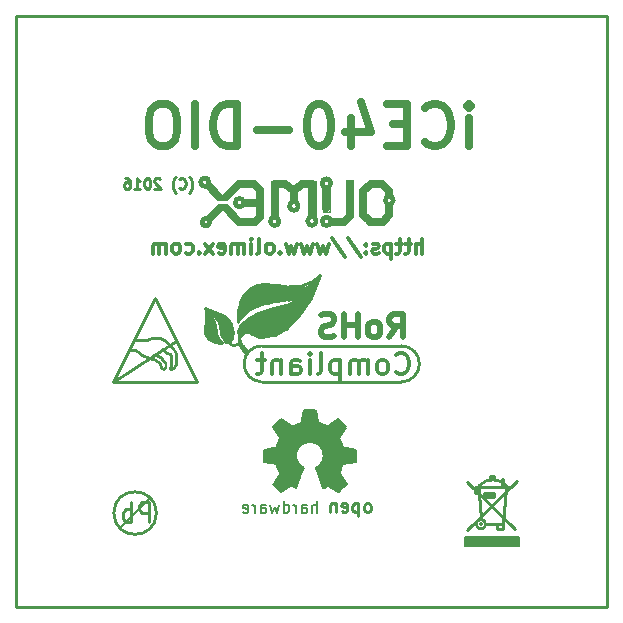
<source format=gbr>
G04 #@! TF.FileFunction,Legend,Bot*
%FSLAX46Y46*%
G04 Gerber Fmt 4.6, Leading zero omitted, Abs format (unit mm)*
G04 Created by KiCad (PCBNEW 4.0.1-3.201512221401+6198~38~ubuntu15.10.1-stable) date Fri 08 Apr 2016 11:07:14 AM EEST*
%MOMM*%
G01*
G04 APERTURE LIST*
%ADD10C,0.100000*%
%ADD11C,0.317500*%
%ADD12C,0.635000*%
%ADD13C,0.222250*%
%ADD14C,0.254000*%
%ADD15C,1.000000*%
%ADD16C,0.150000*%
%ADD17C,0.370000*%
%ADD18C,0.380000*%
%ADD19C,0.400000*%
%ADD20C,0.420000*%
%ADD21C,0.200000*%
%ADD22C,0.127000*%
%ADD23C,0.508000*%
%ADD24C,0.700000*%
%ADD25C,0.500000*%
%ADD26C,0.180000*%
%ADD27C,0.350000*%
G04 APERTURE END LIST*
D10*
D11*
X159354761Y-90109524D02*
X159354761Y-88839524D01*
X158810475Y-90109524D02*
X158810475Y-89444286D01*
X158870952Y-89323333D01*
X158991904Y-89262857D01*
X159173332Y-89262857D01*
X159294285Y-89323333D01*
X159354761Y-89383810D01*
X158387142Y-89262857D02*
X157903332Y-89262857D01*
X158205713Y-88839524D02*
X158205713Y-89928095D01*
X158145237Y-90049048D01*
X158024284Y-90109524D01*
X157903332Y-90109524D01*
X157661428Y-89262857D02*
X157177618Y-89262857D01*
X157479999Y-88839524D02*
X157479999Y-89928095D01*
X157419523Y-90049048D01*
X157298570Y-90109524D01*
X157177618Y-90109524D01*
X156754285Y-89262857D02*
X156754285Y-90532857D01*
X156754285Y-89323333D02*
X156633333Y-89262857D01*
X156391428Y-89262857D01*
X156270476Y-89323333D01*
X156209999Y-89383810D01*
X156149523Y-89504762D01*
X156149523Y-89867619D01*
X156209999Y-89988571D01*
X156270476Y-90049048D01*
X156391428Y-90109524D01*
X156633333Y-90109524D01*
X156754285Y-90049048D01*
X155665713Y-90049048D02*
X155544761Y-90109524D01*
X155302856Y-90109524D01*
X155181904Y-90049048D01*
X155121428Y-89928095D01*
X155121428Y-89867619D01*
X155181904Y-89746667D01*
X155302856Y-89686190D01*
X155484285Y-89686190D01*
X155605237Y-89625714D01*
X155665713Y-89504762D01*
X155665713Y-89444286D01*
X155605237Y-89323333D01*
X155484285Y-89262857D01*
X155302856Y-89262857D01*
X155181904Y-89323333D01*
X154577142Y-89988571D02*
X154516666Y-90049048D01*
X154577142Y-90109524D01*
X154637618Y-90049048D01*
X154577142Y-89988571D01*
X154577142Y-90109524D01*
X154577142Y-89323333D02*
X154516666Y-89383810D01*
X154577142Y-89444286D01*
X154637618Y-89383810D01*
X154577142Y-89323333D01*
X154577142Y-89444286D01*
X153065237Y-88779048D02*
X154153809Y-90411905D01*
X151734761Y-88779048D02*
X152823333Y-90411905D01*
X151432380Y-89262857D02*
X151190476Y-90109524D01*
X150948571Y-89504762D01*
X150706666Y-90109524D01*
X150464761Y-89262857D01*
X150101904Y-89262857D02*
X149860000Y-90109524D01*
X149618095Y-89504762D01*
X149376190Y-90109524D01*
X149134285Y-89262857D01*
X148771428Y-89262857D02*
X148529524Y-90109524D01*
X148287619Y-89504762D01*
X148045714Y-90109524D01*
X147803809Y-89262857D01*
X147320000Y-89988571D02*
X147259524Y-90049048D01*
X147320000Y-90109524D01*
X147380476Y-90049048D01*
X147320000Y-89988571D01*
X147320000Y-90109524D01*
X146533809Y-90109524D02*
X146654762Y-90049048D01*
X146715238Y-89988571D01*
X146775714Y-89867619D01*
X146775714Y-89504762D01*
X146715238Y-89383810D01*
X146654762Y-89323333D01*
X146533809Y-89262857D01*
X146352381Y-89262857D01*
X146231429Y-89323333D01*
X146170952Y-89383810D01*
X146110476Y-89504762D01*
X146110476Y-89867619D01*
X146170952Y-89988571D01*
X146231429Y-90049048D01*
X146352381Y-90109524D01*
X146533809Y-90109524D01*
X145384761Y-90109524D02*
X145505714Y-90049048D01*
X145566190Y-89928095D01*
X145566190Y-88839524D01*
X144900952Y-90109524D02*
X144900952Y-89262857D01*
X144900952Y-88839524D02*
X144961428Y-88900000D01*
X144900952Y-88960476D01*
X144840476Y-88900000D01*
X144900952Y-88839524D01*
X144900952Y-88960476D01*
X144296190Y-90109524D02*
X144296190Y-89262857D01*
X144296190Y-89383810D02*
X144235714Y-89323333D01*
X144114761Y-89262857D01*
X143933333Y-89262857D01*
X143812381Y-89323333D01*
X143751904Y-89444286D01*
X143751904Y-90109524D01*
X143751904Y-89444286D02*
X143691428Y-89323333D01*
X143570476Y-89262857D01*
X143389047Y-89262857D01*
X143268095Y-89323333D01*
X143207619Y-89444286D01*
X143207619Y-90109524D01*
X142119048Y-90049048D02*
X142240000Y-90109524D01*
X142481905Y-90109524D01*
X142602857Y-90049048D01*
X142663333Y-89928095D01*
X142663333Y-89444286D01*
X142602857Y-89323333D01*
X142481905Y-89262857D01*
X142240000Y-89262857D01*
X142119048Y-89323333D01*
X142058571Y-89444286D01*
X142058571Y-89565238D01*
X142663333Y-89686190D01*
X141635238Y-90109524D02*
X140970000Y-89262857D01*
X141635238Y-89262857D02*
X140970000Y-90109524D01*
X140486191Y-89988571D02*
X140425715Y-90049048D01*
X140486191Y-90109524D01*
X140546667Y-90049048D01*
X140486191Y-89988571D01*
X140486191Y-90109524D01*
X139337143Y-90049048D02*
X139458096Y-90109524D01*
X139700000Y-90109524D01*
X139820953Y-90049048D01*
X139881429Y-89988571D01*
X139941905Y-89867619D01*
X139941905Y-89504762D01*
X139881429Y-89383810D01*
X139820953Y-89323333D01*
X139700000Y-89262857D01*
X139458096Y-89262857D01*
X139337143Y-89323333D01*
X138611429Y-90109524D02*
X138732382Y-90049048D01*
X138792858Y-89988571D01*
X138853334Y-89867619D01*
X138853334Y-89504762D01*
X138792858Y-89383810D01*
X138732382Y-89323333D01*
X138611429Y-89262857D01*
X138430001Y-89262857D01*
X138309049Y-89323333D01*
X138248572Y-89383810D01*
X138188096Y-89504762D01*
X138188096Y-89867619D01*
X138248572Y-89988571D01*
X138309049Y-90049048D01*
X138430001Y-90109524D01*
X138611429Y-90109524D01*
X137643810Y-90109524D02*
X137643810Y-89262857D01*
X137643810Y-89383810D02*
X137583334Y-89323333D01*
X137462381Y-89262857D01*
X137280953Y-89262857D01*
X137160001Y-89323333D01*
X137099524Y-89444286D01*
X137099524Y-90109524D01*
X137099524Y-89444286D02*
X137039048Y-89323333D01*
X136918096Y-89262857D01*
X136736667Y-89262857D01*
X136615715Y-89323333D01*
X136555239Y-89444286D01*
X136555239Y-90109524D01*
D12*
X163321999Y-80983667D02*
X163321999Y-78613000D01*
X163321999Y-77427667D02*
X163491333Y-77597000D01*
X163321999Y-77766333D01*
X163152666Y-77597000D01*
X163321999Y-77427667D01*
X163321999Y-77766333D01*
X159596666Y-80645000D02*
X159766000Y-80814333D01*
X160274000Y-80983667D01*
X160612666Y-80983667D01*
X161120666Y-80814333D01*
X161459333Y-80475667D01*
X161628666Y-80137000D01*
X161798000Y-79459667D01*
X161798000Y-78951667D01*
X161628666Y-78274333D01*
X161459333Y-77935667D01*
X161120666Y-77597000D01*
X160612666Y-77427667D01*
X160274000Y-77427667D01*
X159766000Y-77597000D01*
X159596666Y-77766333D01*
X158072666Y-79121000D02*
X156887333Y-79121000D01*
X156379333Y-80983667D02*
X158072666Y-80983667D01*
X158072666Y-77427667D01*
X156379333Y-77427667D01*
X153331333Y-78613000D02*
X153331333Y-80983667D01*
X154178000Y-77258333D02*
X155024667Y-79798333D01*
X152823333Y-79798333D01*
X150791333Y-77427667D02*
X150452666Y-77427667D01*
X150114000Y-77597000D01*
X149944666Y-77766333D01*
X149775333Y-78105000D01*
X149606000Y-78782333D01*
X149606000Y-79629000D01*
X149775333Y-80306333D01*
X149944666Y-80645000D01*
X150114000Y-80814333D01*
X150452666Y-80983667D01*
X150791333Y-80983667D01*
X151130000Y-80814333D01*
X151299333Y-80645000D01*
X151468666Y-80306333D01*
X151638000Y-79629000D01*
X151638000Y-78782333D01*
X151468666Y-78105000D01*
X151299333Y-77766333D01*
X151130000Y-77597000D01*
X150791333Y-77427667D01*
X148081999Y-79629000D02*
X145372666Y-79629000D01*
X143679332Y-80983667D02*
X143679332Y-77427667D01*
X142832666Y-77427667D01*
X142324666Y-77597000D01*
X141985999Y-77935667D01*
X141816666Y-78274333D01*
X141647332Y-78951667D01*
X141647332Y-79459667D01*
X141816666Y-80137000D01*
X141985999Y-80475667D01*
X142324666Y-80814333D01*
X142832666Y-80983667D01*
X143679332Y-80983667D01*
X140123332Y-80983667D02*
X140123332Y-77427667D01*
X137752666Y-77427667D02*
X137075333Y-77427667D01*
X136736666Y-77597000D01*
X136397999Y-77935667D01*
X136228666Y-78613000D01*
X136228666Y-79798333D01*
X136397999Y-80475667D01*
X136736666Y-80814333D01*
X137075333Y-80983667D01*
X137752666Y-80983667D01*
X138091333Y-80814333D01*
X138429999Y-80475667D01*
X138599333Y-79798333D01*
X138599333Y-78613000D01*
X138429999Y-77935667D01*
X138091333Y-77597000D01*
X137752666Y-77427667D01*
D13*
X139636500Y-84941833D02*
X139678834Y-84899500D01*
X139763500Y-84772500D01*
X139805834Y-84687833D01*
X139848167Y-84560833D01*
X139890500Y-84349167D01*
X139890500Y-84179833D01*
X139848167Y-83968167D01*
X139805834Y-83841167D01*
X139763500Y-83756500D01*
X139678834Y-83629500D01*
X139636500Y-83587167D01*
X138789833Y-84518500D02*
X138832167Y-84560833D01*
X138959167Y-84603167D01*
X139043833Y-84603167D01*
X139170833Y-84560833D01*
X139255500Y-84476167D01*
X139297833Y-84391500D01*
X139340167Y-84222167D01*
X139340167Y-84095167D01*
X139297833Y-83925833D01*
X139255500Y-83841167D01*
X139170833Y-83756500D01*
X139043833Y-83714167D01*
X138959167Y-83714167D01*
X138832167Y-83756500D01*
X138789833Y-83798833D01*
X138493500Y-84941833D02*
X138451167Y-84899500D01*
X138366500Y-84772500D01*
X138324167Y-84687833D01*
X138281833Y-84560833D01*
X138239500Y-84349167D01*
X138239500Y-84179833D01*
X138281833Y-83968167D01*
X138324167Y-83841167D01*
X138366500Y-83756500D01*
X138451167Y-83629500D01*
X138493500Y-83587167D01*
X137181167Y-83798833D02*
X137138833Y-83756500D01*
X137054167Y-83714167D01*
X136842500Y-83714167D01*
X136757833Y-83756500D01*
X136715500Y-83798833D01*
X136673167Y-83883500D01*
X136673167Y-83968167D01*
X136715500Y-84095167D01*
X137223500Y-84603167D01*
X136673167Y-84603167D01*
X136122833Y-83714167D02*
X136038166Y-83714167D01*
X135953500Y-83756500D01*
X135911166Y-83798833D01*
X135868833Y-83883500D01*
X135826500Y-84052833D01*
X135826500Y-84264500D01*
X135868833Y-84433833D01*
X135911166Y-84518500D01*
X135953500Y-84560833D01*
X136038166Y-84603167D01*
X136122833Y-84603167D01*
X136207500Y-84560833D01*
X136249833Y-84518500D01*
X136292166Y-84433833D01*
X136334500Y-84264500D01*
X136334500Y-84052833D01*
X136292166Y-83883500D01*
X136249833Y-83798833D01*
X136207500Y-83756500D01*
X136122833Y-83714167D01*
X134979833Y-84603167D02*
X135487833Y-84603167D01*
X135233833Y-84603167D02*
X135233833Y-83714167D01*
X135318499Y-83841167D01*
X135403166Y-83925833D01*
X135487833Y-83968167D01*
X134217832Y-83714167D02*
X134387166Y-83714167D01*
X134471832Y-83756500D01*
X134514166Y-83798833D01*
X134598832Y-83925833D01*
X134641166Y-84095167D01*
X134641166Y-84433833D01*
X134598832Y-84518500D01*
X134556499Y-84560833D01*
X134471832Y-84603167D01*
X134302499Y-84603167D01*
X134217832Y-84560833D01*
X134175499Y-84518500D01*
X134133166Y-84433833D01*
X134133166Y-84222167D01*
X134175499Y-84137500D01*
X134217832Y-84095167D01*
X134302499Y-84052833D01*
X134471832Y-84052833D01*
X134556499Y-84095167D01*
X134598832Y-84137500D01*
X134641166Y-84222167D01*
D14*
X125000000Y-120000000D02*
X125000000Y-70000000D01*
X175000000Y-120000000D02*
X125000000Y-120000000D01*
X175000000Y-70000000D02*
X175000000Y-120000000D01*
X125000000Y-70000000D02*
X175000000Y-70000000D01*
X136779000Y-93853000D02*
X140335000Y-100965000D01*
X140335000Y-100965000D02*
X133223000Y-100965000D01*
X133223000Y-100965000D02*
X134556500Y-98298000D01*
X134556500Y-98298000D02*
X135001000Y-97409000D01*
X135001000Y-97409000D02*
X136779000Y-93853000D01*
X138557000Y-97472500D02*
X133223000Y-100965000D01*
X136182100Y-97409000D02*
X135001000Y-97409000D01*
X134556500Y-98298000D02*
X134874000Y-98298000D01*
X137541000Y-99885500D02*
X137388600Y-99885500D01*
X138493500Y-98488500D02*
X138493500Y-99568000D01*
X138049000Y-99885500D02*
X138049000Y-99758500D01*
X138112500Y-99695000D02*
X138112500Y-98679000D01*
X138112500Y-99695000D02*
X138176000Y-99695000D01*
X136398721Y-97345678D02*
G75*
G02X137985500Y-97853500I466639J-1274902D01*
G01*
X136397915Y-97347114D02*
G75*
G02X136182100Y-97409000I-182795J230214D01*
G01*
X134873301Y-98298474D02*
G75*
G02X135382000Y-98488500I64199J-604046D01*
G01*
X136204461Y-98934576D02*
G75*
G02X135382000Y-98488500I147819J1253796D01*
G01*
X136716708Y-98680166D02*
G75*
G02X137668000Y-99441000I-285688J-1332334D01*
G01*
X136778915Y-99124965D02*
G75*
G02X137350500Y-99885500I-284395J-808795D01*
G01*
X136339275Y-98997493D02*
G75*
G02X136779000Y-99123500I-825195J-3709947D01*
G01*
X137667967Y-99758600D02*
G75*
G02X137541000Y-99885500I-190467J63600D01*
G01*
X137667068Y-99441674D02*
G75*
G02X137668000Y-99758500I-316568J-159346D01*
G01*
X138110935Y-98680845D02*
G75*
G02X137414000Y-98234500I153965J1007685D01*
G01*
X138301549Y-98171142D02*
G75*
G02X137985500Y-97853500I478971J792622D01*
G01*
X138304048Y-98172575D02*
G75*
G02X138493500Y-98488500I-168688J-315925D01*
G01*
X138493500Y-99568000D02*
G75*
G02X138112500Y-99949000I-381000J0D01*
G01*
X138110071Y-99951545D02*
G75*
G02X138049000Y-99885500I2429J63505D01*
G01*
X138049000Y-99758500D02*
G75*
G02X138112500Y-99695000I63500J0D01*
G01*
X138176000Y-99695000D02*
G75*
G02X138303000Y-99822000I0J-127000D01*
G01*
D15*
X148696680Y-108381800D02*
X148363940Y-109113320D01*
X148696680Y-108473240D02*
X147515580Y-109486700D01*
X148582380Y-108336080D02*
X147965160Y-108663740D01*
X148262340Y-107916980D02*
X147652740Y-108023660D01*
X147426680Y-106758740D02*
X148148040Y-106906060D01*
X147667980Y-106065320D02*
X148323300Y-106431080D01*
X148536660Y-105196640D02*
X148955760Y-105783380D01*
X149123400Y-104945180D02*
X149344380Y-105630980D01*
X150388320Y-104929940D02*
X150220680Y-105539540D01*
X150822660Y-105189020D02*
X150647400Y-105547160D01*
X151820880Y-105966260D02*
X151363680Y-106255820D01*
X151996140Y-106446320D02*
X151554180Y-106606340D01*
X152321260Y-107690920D02*
X151615140Y-107563920D01*
X152072340Y-108336080D02*
X151508460Y-107856020D01*
X151406860Y-109235240D02*
X151041100Y-108473240D01*
X146616420Y-107182920D02*
X148084540Y-107269280D01*
X147607020Y-104998520D02*
X148719540Y-106065320D01*
X149872700Y-103941880D02*
X149867620Y-105455720D01*
X152133300Y-104917240D02*
X151071580Y-106024680D01*
X153118820Y-107203240D02*
X151701500Y-107142280D01*
X152082500Y-109407960D02*
X151229060Y-108386880D01*
D16*
X151066500Y-107977940D02*
X150759160Y-108244640D01*
X151396700Y-105064560D02*
X150413720Y-104571800D01*
X149217380Y-108569760D02*
X149339300Y-108285280D01*
X149080220Y-108115100D02*
X149334220Y-108280200D01*
X150581360Y-108112560D02*
X150355300Y-108287820D01*
X150949660Y-107998260D02*
X150690580Y-108336080D01*
X151173180Y-107777280D02*
X151079200Y-107947460D01*
X151173180Y-107777280D02*
X151079200Y-107947460D01*
X151310340Y-106923840D02*
X151178260Y-107746800D01*
X150886160Y-106187240D02*
X151305260Y-106918760D01*
X150014940Y-105757980D02*
X150886160Y-106187240D01*
X149199600Y-105925620D02*
X150014940Y-105765600D01*
X148689060Y-106354880D02*
X149199600Y-105925620D01*
X148455380Y-107027980D02*
X148689060Y-106354880D01*
X148460460Y-107533440D02*
X148460460Y-107015280D01*
X148836380Y-108244640D02*
X148460460Y-107533440D01*
X149014180Y-108366560D02*
X148836380Y-108244640D01*
X152285700Y-104345740D02*
X151401780Y-105067100D01*
X152041860Y-105699560D02*
X152643840Y-104790240D01*
X152046940Y-105694480D02*
X152433020Y-106692700D01*
X153576020Y-106961940D02*
X152460960Y-106715560D01*
X153433780Y-106906060D02*
X153433780Y-107556300D01*
X149057360Y-108308140D02*
X148529040Y-109689900D01*
X148666200Y-109987080D02*
X149052280Y-109006640D01*
X148137880Y-109659420D02*
X148666200Y-109987080D01*
X147454620Y-109992160D02*
X148275040Y-109463840D01*
X148318220Y-109687360D02*
X147441920Y-110307120D01*
X147431760Y-110302040D02*
X146748500Y-109611160D01*
X147035520Y-109527340D02*
X147520660Y-110058200D01*
X147002500Y-107891580D02*
X147383500Y-108872020D01*
X147106640Y-107924600D02*
X145983960Y-107713780D01*
X145968720Y-106735880D02*
X145971260Y-107693460D01*
X146052540Y-107477560D02*
X147159980Y-107701080D01*
X147355560Y-105707180D02*
X146989800Y-106575860D01*
X146740880Y-104825800D02*
X147444460Y-105816400D01*
X147439380Y-104127300D02*
X146745960Y-104818180D01*
X148455380Y-104802940D02*
X147444460Y-104129840D01*
X149141180Y-104416860D02*
X148336000Y-104754680D01*
X149357080Y-103327200D02*
X149131020Y-104498140D01*
X150322280Y-103327200D02*
X149357080Y-103327200D01*
X150332440Y-103334820D02*
X150533100Y-104360980D01*
X151320500Y-104729280D02*
X150416260Y-104350820D01*
X152255220Y-104081580D02*
X151284940Y-104797860D01*
X152941020Y-104797860D02*
X152267920Y-104084120D01*
X152920700Y-104833420D02*
X152326340Y-105686860D01*
X152659080Y-106517440D02*
X152323800Y-105684320D01*
X153728420Y-106715560D02*
X152557480Y-106512360D01*
X153725880Y-106718100D02*
X153725880Y-107703620D01*
X153725880Y-107711240D02*
X152654000Y-107906820D01*
X152963880Y-109618780D02*
X152366980Y-108755180D01*
X152234900Y-110314740D02*
X152956260Y-109621320D01*
X151401780Y-109743240D02*
X152227280Y-110307120D01*
X151389080Y-109753400D02*
X151043640Y-109974380D01*
X151005540Y-109956600D02*
X150355300Y-108287820D01*
D17*
X147439380Y-110147100D02*
X146885660Y-109601000D01*
X147505420Y-108706920D02*
X146885660Y-109593380D01*
X150761700Y-106309160D02*
G75*
G02X150685500Y-108163360I-965200J-889000D01*
G01*
X148810980Y-106481880D02*
G75*
G02X150736300Y-106283760I1061720J-863600D01*
G01*
X149191980Y-108331000D02*
G75*
G02X148821140Y-106466640I746760J1117600D01*
G01*
X148628100Y-109773720D02*
X149202140Y-108333540D01*
X148290280Y-109588300D02*
X148628100Y-109773720D01*
X147454620Y-110154720D02*
X148290280Y-109588300D01*
X147099020Y-107795060D02*
X147505420Y-108706920D01*
X146085560Y-107624880D02*
X147099020Y-107795060D01*
X146085560Y-106789220D02*
X146085560Y-107624880D01*
X147167600Y-106560620D02*
X146085560Y-106789220D01*
X147507960Y-105623360D02*
X147167600Y-106560620D01*
X146890740Y-104833420D02*
X147507960Y-105623360D01*
X147444460Y-104284780D02*
X146890740Y-104830880D01*
X148348700Y-104917240D02*
X147444460Y-104282800D01*
X149263100Y-104472740D02*
X148361400Y-104922320D01*
X149476460Y-103454200D02*
X149263100Y-104472740D01*
X150243540Y-103433880D02*
X149458680Y-103433880D01*
X150235920Y-103446580D02*
X150441660Y-104460040D01*
X151340820Y-104886760D02*
X150495000Y-104480360D01*
X152229820Y-104244140D02*
X151401780Y-104896920D01*
D18*
X152778460Y-104802940D02*
X152278080Y-104269540D01*
D17*
X152768300Y-104825800D02*
X152212040Y-105676700D01*
X152539700Y-106593640D02*
X152191720Y-105727500D01*
X153588720Y-106809540D02*
X152570180Y-106629200D01*
D18*
X153576020Y-106822240D02*
X153581100Y-107609640D01*
D17*
X153586180Y-107599480D02*
X152636220Y-107817920D01*
X152608280Y-107840780D02*
X152250140Y-108724700D01*
X152783540Y-109601000D02*
X152250140Y-108767880D01*
D18*
X152798780Y-109601000D02*
X152234900Y-110139480D01*
D19*
X152222200Y-110139480D02*
X151442420Y-109608620D01*
D17*
X151432260Y-109590840D02*
X151114760Y-109796580D01*
D20*
X151086820Y-109776260D02*
X150535640Y-108353860D01*
D21*
X133891020Y-113238280D02*
X136324340Y-110817660D01*
D14*
X136854037Y-112074960D02*
G75*
G03X136854037Y-112074960I-1802237J0D01*
G01*
D22*
X164465000Y-113030000D02*
G75*
G03X164465000Y-113030000I-127000J0D01*
G01*
D14*
X164211000Y-109728000D02*
G75*
G02X166497000Y-109728000I1143000J-1143000D01*
G01*
X165481000Y-108966000D02*
X165481000Y-109093000D01*
X165481000Y-109093000D02*
X165100000Y-109093000D01*
X165100000Y-109093000D02*
X165100000Y-108966000D01*
X165100000Y-108966000D02*
X165481000Y-108966000D01*
X165354000Y-110490000D02*
X164719000Y-110490000D01*
X165481000Y-110363000D02*
X164592000Y-110363000D01*
X164592000Y-110363000D02*
X164592000Y-110744000D01*
X164592000Y-110744000D02*
X165481000Y-110744000D01*
X165481000Y-110744000D02*
X165481000Y-110363000D01*
X164084000Y-110363000D02*
X164084000Y-109982000D01*
X164084000Y-109982000D02*
X163957000Y-109982000D01*
X163957000Y-109982000D02*
X163957000Y-110363000D01*
X164084000Y-109982000D02*
X164084000Y-110109000D01*
X164084000Y-109855000D02*
X163957000Y-110236000D01*
X164084000Y-109982000D02*
X164084000Y-110109000D01*
X164211000Y-109855000D02*
X164211000Y-110363000D01*
X164211000Y-110363000D02*
X163830000Y-110363000D01*
X163830000Y-110363000D02*
X163830000Y-109855000D01*
X166243000Y-109728000D02*
X166243000Y-109220000D01*
X166243000Y-109220000D02*
X166116000Y-109220000D01*
X166116000Y-109220000D02*
X166116000Y-109728000D01*
X164739609Y-113030000D02*
G75*
G03X164739609Y-113030000I-401609J0D01*
G01*
X164338000Y-112522000D02*
X164211000Y-110490000D01*
X166243000Y-113030000D02*
X166243000Y-113411000D01*
X166243000Y-113411000D02*
X165735000Y-113411000D01*
X165735000Y-113411000D02*
X165735000Y-113157000D01*
X166751000Y-109855000D02*
X163830000Y-109855000D01*
X166243000Y-113030000D02*
X166497000Y-109982000D01*
X166243000Y-113030000D02*
X164846000Y-113030000D01*
X167259000Y-113411000D02*
X163195000Y-109474000D01*
X167386000Y-109347000D02*
X163195000Y-113538000D01*
D16*
X167541200Y-114783400D02*
X163121600Y-114783400D01*
X163121600Y-114681800D02*
X167490400Y-114681800D01*
X167541200Y-114478600D02*
X163070800Y-114478600D01*
X167541200Y-114326200D02*
X163121600Y-114326200D01*
X163070800Y-114580200D02*
X167490400Y-114580200D01*
X163070800Y-114427800D02*
X167490400Y-114427800D01*
X167541200Y-114275400D02*
X163070800Y-114275400D01*
X163070800Y-114173800D02*
X167490400Y-114173800D01*
X163020000Y-114885000D02*
X167592000Y-114885000D01*
X167592000Y-114885000D02*
X167592000Y-114123000D01*
X167592000Y-114123000D02*
X163020000Y-114123000D01*
X163020000Y-114123000D02*
X163020000Y-114885000D01*
D14*
X145796000Y-97917000D02*
X157607000Y-97917000D01*
X157607000Y-100965000D02*
X145796000Y-100965000D01*
X144940020Y-96934020D02*
X144886680Y-96880680D01*
X144167860Y-96880680D02*
X143891000Y-97155000D01*
X150749000Y-91948000D02*
X149882860Y-94063820D01*
X147899120Y-96451420D02*
X147863560Y-96486980D01*
X145994120Y-97155000D02*
X145478500Y-97155000D01*
X150749000Y-91948000D02*
X149887940Y-92567760D01*
X148170900Y-92905580D02*
X146022060Y-92710000D01*
X143972280Y-94226380D02*
X143824960Y-94825820D01*
X143766540Y-95504000D02*
X143766540Y-95885000D01*
X143868140Y-97109280D02*
X143891000Y-97155000D01*
X144526000Y-98425000D02*
X144340580Y-98239580D01*
X149354540Y-93599000D02*
X149072600Y-93946980D01*
X147045680Y-94698820D02*
X146735800Y-94759780D01*
X144180560Y-96029780D02*
X144010380Y-96217740D01*
X143766540Y-95885000D02*
X143769080Y-95882460D01*
X144825720Y-94810580D02*
X144833340Y-94805500D01*
X146100800Y-94302580D02*
X146618960Y-94228920D01*
X147967700Y-94013020D02*
X149354540Y-93599000D01*
X144526000Y-98552000D02*
X144018000Y-97790000D01*
X143891000Y-97327720D02*
X143891000Y-97282000D01*
X144653000Y-98425000D02*
X144162780Y-97934780D01*
X143891000Y-97663000D02*
X143786860Y-97769680D01*
X143136620Y-97797620D02*
X143002000Y-97663000D01*
X143002000Y-97663000D02*
X143299180Y-97243900D01*
X143182340Y-96042480D02*
X143129000Y-95948500D01*
X142407640Y-95303340D02*
X141986000Y-95123000D01*
X141986000Y-95123000D02*
X140970000Y-94742000D01*
X140970000Y-94742000D02*
X141104620Y-95280480D01*
X141284960Y-97342960D02*
X141307820Y-97365820D01*
X142087600Y-97663000D02*
X142443200Y-97663000D01*
X142989300Y-97663000D02*
X143002000Y-97663000D01*
X141909800Y-96471740D02*
X141935200Y-96862900D01*
X150368000Y-92456000D02*
X149354540Y-93093540D01*
D23*
X149354540Y-93093540D02*
X148209000Y-93093540D01*
X148209000Y-93093540D02*
X147193000Y-92964000D01*
X147193000Y-92964000D02*
X145542000Y-92964000D01*
X145542000Y-92964000D02*
X144907000Y-93345000D01*
X144907000Y-93345000D02*
X144399000Y-93853000D01*
X144399000Y-93853000D02*
X144145000Y-94361000D01*
X144145000Y-94361000D02*
X144018000Y-95377000D01*
X144018000Y-95377000D02*
X144526000Y-94742000D01*
X144526000Y-94742000D02*
X145161000Y-94361000D01*
X145161000Y-94361000D02*
X144907000Y-93853000D01*
X144907000Y-93853000D02*
X144526000Y-94361000D01*
X145288000Y-94361000D02*
X145923000Y-93980000D01*
X145923000Y-93980000D02*
X146431000Y-93980000D01*
X146431000Y-93980000D02*
X146558000Y-93980000D01*
X146558000Y-93980000D02*
X147701000Y-93853000D01*
X147701000Y-93853000D02*
X148971000Y-93472000D01*
X148971000Y-93472000D02*
X149479000Y-93345000D01*
X149479000Y-93345000D02*
X144907000Y-93345000D01*
X144907000Y-93345000D02*
X144907000Y-93599000D01*
X144907000Y-93853000D02*
X144907000Y-93599000D01*
X144907000Y-93599000D02*
X149860000Y-93522800D01*
X144780000Y-93980000D02*
X146431000Y-93980000D01*
X150368000Y-92456000D02*
X149860000Y-93345000D01*
X149860000Y-93345000D02*
X149733000Y-93853000D01*
X149733000Y-93853000D02*
X149354540Y-94361000D01*
X149354540Y-94361000D02*
X149354540Y-93980000D01*
X149354540Y-93980000D02*
X149733000Y-93093540D01*
X149225000Y-94488000D02*
X148844000Y-94996000D01*
X148844000Y-94996000D02*
X148590000Y-95377000D01*
X148590000Y-95377000D02*
X147701000Y-96266000D01*
X147701000Y-96266000D02*
X147193000Y-96647000D01*
X147193000Y-96647000D02*
X146304000Y-96901000D01*
X146304000Y-96901000D02*
X145415000Y-96901000D01*
X145415000Y-96901000D02*
X144653000Y-96393000D01*
X144653000Y-96393000D02*
X144272000Y-96520000D01*
X144272000Y-96520000D02*
X144018000Y-96774000D01*
X144018000Y-96774000D02*
X144272000Y-96266000D01*
X144272000Y-96266000D02*
X144780000Y-95758000D01*
X144780000Y-95758000D02*
X145465800Y-95351600D01*
X145465800Y-95351600D02*
X146862800Y-94869000D01*
X146862800Y-94869000D02*
X147472400Y-94869000D01*
X147472400Y-94869000D02*
X148209000Y-94615000D01*
X148209000Y-94615000D02*
X148971000Y-94234000D01*
X148844000Y-94615000D02*
X148082000Y-95250000D01*
X148082000Y-95250000D02*
X147955000Y-95123000D01*
X147955000Y-95123000D02*
X147828000Y-95123000D01*
X147828000Y-95123000D02*
X146685000Y-95250000D01*
X146685000Y-95250000D02*
X145669000Y-95504000D01*
X145669000Y-95504000D02*
X145034000Y-96012000D01*
X145034000Y-96012000D02*
X144907000Y-96139000D01*
X144907000Y-96139000D02*
X145034000Y-96393000D01*
X145034000Y-96393000D02*
X145288000Y-96393000D01*
X145288000Y-96393000D02*
X145669000Y-96520000D01*
X145669000Y-96520000D02*
X146304000Y-96520000D01*
X146304000Y-96520000D02*
X146685000Y-96393000D01*
X146685000Y-96393000D02*
X147193000Y-96266000D01*
X147193000Y-96266000D02*
X147828000Y-95758000D01*
X147828000Y-95758000D02*
X147955000Y-95631000D01*
X147955000Y-95631000D02*
X147828000Y-95504000D01*
X147828000Y-95504000D02*
X147320000Y-95504000D01*
X147320000Y-95504000D02*
X146304000Y-95758000D01*
X146304000Y-95758000D02*
X146050000Y-95758000D01*
X146050000Y-95758000D02*
X145542000Y-96012000D01*
X145542000Y-96012000D02*
X145542000Y-96139000D01*
X145542000Y-96139000D02*
X145669000Y-96266000D01*
X145669000Y-96266000D02*
X146050000Y-96139000D01*
X146050000Y-96139000D02*
X147320000Y-95885000D01*
D14*
X142699740Y-97538540D02*
X142727680Y-97566480D01*
X142316200Y-96469200D02*
X142316200Y-96461580D01*
X143256000Y-96923860D02*
X143256000Y-96901000D01*
X143256000Y-96901000D02*
X143256000Y-96647000D01*
X143256000Y-96647000D02*
X143129000Y-96647000D01*
X143129000Y-96647000D02*
X143002000Y-96647000D01*
X143002000Y-96647000D02*
X143002000Y-97282000D01*
X143129000Y-96647000D02*
X143129000Y-96774000D01*
X143129000Y-96774000D02*
X143129000Y-97155000D01*
X143129000Y-97155000D02*
X143129000Y-97282000D01*
X143129000Y-97282000D02*
X143129000Y-97409000D01*
X143002000Y-96647000D02*
X142621000Y-96647000D01*
X142621000Y-96647000D02*
X142367000Y-96647000D01*
X142367000Y-96647000D02*
X142875000Y-97536000D01*
X142621000Y-96647000D02*
X142621000Y-97155000D01*
X143129000Y-96774000D02*
X142494000Y-96774000D01*
X143256000Y-96901000D02*
X142494000Y-96901000D01*
X143256000Y-97028000D02*
X142494000Y-97028000D01*
X143129000Y-97155000D02*
X142494000Y-97155000D01*
X143129000Y-97282000D02*
X142621000Y-97282000D01*
X142367000Y-96520000D02*
X143256000Y-96520000D01*
X142367000Y-96393000D02*
X143256000Y-96393000D01*
X142367000Y-96266000D02*
X143129000Y-96266000D01*
X142367000Y-96139000D02*
X143129000Y-96139000D01*
X142240000Y-96012000D02*
X143129000Y-96012000D01*
X142240000Y-95885000D02*
X143002000Y-95885000D01*
X142113000Y-95758000D02*
X142875000Y-95758000D01*
X142113000Y-95631000D02*
X142748000Y-95631000D01*
X141986000Y-95504000D02*
X142494000Y-95504000D01*
X141224000Y-95377000D02*
X141351000Y-95377000D01*
X141351000Y-95377000D02*
X141478000Y-95377000D01*
X141478000Y-95377000D02*
X142367000Y-95377000D01*
X141986000Y-95250000D02*
X141224000Y-95250000D01*
X141732000Y-95123000D02*
X141097000Y-95123000D01*
X141605000Y-94996000D02*
X141097000Y-94996000D01*
X141478000Y-95377000D02*
X141478000Y-95885000D01*
X141351000Y-95377000D02*
X141351000Y-95885000D01*
X141732000Y-95885000D02*
X141224000Y-95885000D01*
X141732000Y-96012000D02*
X141224000Y-96012000D01*
X141859000Y-96139000D02*
X141224000Y-96139000D01*
X141859000Y-96266000D02*
X141097000Y-96266000D01*
X141859000Y-96393000D02*
X141097000Y-96393000D01*
X141859000Y-96520000D02*
X141097000Y-96520000D01*
X141859000Y-96647000D02*
X141097000Y-96647000D01*
X141859000Y-96774000D02*
X141097000Y-96774000D01*
X141859000Y-96901000D02*
X141097000Y-96901000D01*
X141935200Y-97028000D02*
X141097000Y-97028000D01*
X141986000Y-97155000D02*
X141224000Y-97155000D01*
X141986000Y-97282000D02*
X141351000Y-97282000D01*
X142113000Y-97409000D02*
X141478000Y-97409000D01*
X142240000Y-97536000D02*
X141732000Y-97536000D01*
X144272000Y-99441000D02*
G75*
G02X145796000Y-97917000I1524000J0D01*
G01*
X157607000Y-97917000D02*
G75*
G02X159131000Y-99441000I0J-1524000D01*
G01*
X159131000Y-99441000D02*
G75*
G02X157607000Y-100965000I-1524000J0D01*
G01*
X145796000Y-100965000D02*
G75*
G02X144272000Y-99441000I0J1524000D01*
G01*
X145478500Y-97157066D02*
G75*
G02X144940020Y-96934020I0J761526D01*
G01*
X144167860Y-96878140D02*
G75*
G02X144886680Y-96880680I358140J-360680D01*
G01*
X149880464Y-94069447D02*
G75*
G02X147899120Y-96451420I-8344044J4925607D01*
G01*
X147859933Y-96489013D02*
G75*
G02X145994120Y-97155000I-1738813J1924813D01*
G01*
X149885952Y-92565522D02*
G75*
G02X148170900Y-92905580I-1268012J1900222D01*
G01*
X143971736Y-94222585D02*
G75*
G02X146022060Y-92710000I2144304J-760715D01*
G01*
X143764760Y-95503243D02*
G75*
G02X143824960Y-94825820I3049780J70363D01*
G01*
X144338549Y-98240559D02*
G75*
G02X143891000Y-97155000I1086611J1083019D01*
G01*
X149072541Y-93948778D02*
G75*
G02X147045680Y-94698820I-2631381J3997218D01*
G01*
X144181473Y-96029156D02*
G75*
G02X146735800Y-94759780I3654147J-4148444D01*
G01*
X143890155Y-97155069D02*
G75*
G02X144010380Y-96217740I762845J378529D01*
G01*
X143770641Y-95880765D02*
G75*
G02X144825720Y-94810580I3831299J-2722035D01*
G01*
X144837130Y-94802934D02*
G75*
G02X146100800Y-94302580I2134890J-3545866D01*
G01*
X147961379Y-94013186D02*
G75*
G02X146618960Y-94228920I-1812319J6992786D01*
G01*
X144396978Y-98552280D02*
G75*
G02X143891000Y-97327720I1228842J1224560D01*
G01*
X144159258Y-97934710D02*
G75*
G02X143891000Y-97282000I653762J650170D01*
G01*
X143786134Y-97768954D02*
G75*
G02X143428720Y-97917000I-357414J357414D01*
G01*
X143428720Y-97918612D02*
G75*
G02X143136620Y-97797620I0J413092D01*
G01*
X143384874Y-96799901D02*
G75*
G02X143299180Y-97243900I-1195674J501D01*
G01*
X143182794Y-96044321D02*
G75*
G02X143383000Y-96799400I-1323794J-755079D01*
G01*
X142407000Y-95304511D02*
G75*
G02X143129000Y-95948500I-601340J-1400909D01*
G01*
X141105148Y-95283136D02*
G75*
G02X141041120Y-96217740I-1478808J-368184D01*
G01*
X140970283Y-96586487D02*
G75*
G02X141041120Y-96217740I992857J447D01*
G01*
X141283946Y-97343974D02*
G75*
G02X140970000Y-96586040I757934J757934D01*
G01*
X141887497Y-97639453D02*
G75*
G02X141307820Y-97365820I205183J1185493D01*
G01*
X142088927Y-97664303D02*
G75*
G02X141889480Y-97640140I-1327J824263D01*
G01*
X141555795Y-95524066D02*
G75*
G02X141909800Y-96514920I-1408755J-1061974D01*
G01*
X142437340Y-97658613D02*
G75*
G02X141935200Y-96862900I709440J1003993D01*
G01*
X143003788Y-97664791D02*
G75*
G02X142699740Y-97538540I752J431051D01*
G01*
X142726340Y-97566046D02*
G75*
G02X142316200Y-96469200I1118940J1043506D01*
G01*
X141809020Y-95430180D02*
G75*
G02X142316200Y-96461580I-991420J-1127920D01*
G01*
X143255556Y-96925371D02*
G75*
G02X143002000Y-97536000I-865696J1511D01*
G01*
D10*
X145173700Y-83896200D02*
X143802100Y-83896200D01*
X143802100Y-83896200D02*
X143751300Y-83896200D01*
X143751300Y-83896200D02*
X142494000Y-85140800D01*
X146697700Y-84010500D02*
X146596100Y-84010500D01*
X146545300Y-83947000D02*
X146545300Y-83934300D01*
X146545300Y-83934300D02*
X147840700Y-83934300D01*
X147840700Y-83934300D02*
X147866100Y-83934300D01*
X147866100Y-83934300D02*
X148488400Y-84429600D01*
X146545300Y-86956900D02*
X146545300Y-83947000D01*
X150202900Y-83997800D02*
X150279100Y-83997800D01*
X150355300Y-83934300D02*
X149110700Y-83934300D01*
X149110700Y-83934300D02*
X148526500Y-84416900D01*
X150355300Y-86931500D02*
X150355300Y-83947000D01*
X151091900Y-86525100D02*
X151003000Y-86525100D01*
X151434800Y-86525100D02*
X151498300Y-86525100D01*
X151574500Y-86588600D02*
X150964900Y-86588600D01*
X150964900Y-86588600D02*
X150939500Y-86588600D01*
X150939500Y-86588600D02*
X150939500Y-84569300D01*
X151574500Y-84569300D02*
X151574500Y-86588600D01*
X153073100Y-83959700D02*
X152958800Y-83959700D01*
X153200100Y-83883500D02*
X152895300Y-83883500D01*
X152895300Y-83883500D02*
X152895300Y-86918800D01*
X153377900Y-83972400D02*
X153441400Y-83959700D01*
X153492200Y-83883500D02*
X153504900Y-83883500D01*
X153504900Y-83883500D02*
X153517600Y-83883500D01*
X153517600Y-83883500D02*
X153517600Y-87033100D01*
X153212800Y-83883500D02*
X153492200Y-83883500D01*
D24*
X153212800Y-86956900D02*
X153212800Y-84226400D01*
X146875500Y-84239100D02*
X146875500Y-86842600D01*
X154990800Y-84226400D02*
X155994100Y-84226400D01*
X154368500Y-84836000D02*
X154368500Y-86766400D01*
X156591000Y-84874100D02*
X156591000Y-85115400D01*
X156591000Y-86842600D02*
X156006800Y-87414100D01*
X156578300Y-86855300D02*
X156578300Y-86093300D01*
X156019500Y-87414100D02*
X154978100Y-87414100D01*
D19*
X144250659Y-85801200D02*
G75*
G03X144250659Y-85801200I-359659J0D01*
G01*
D24*
X144399000Y-85801200D02*
X145618200Y-85801200D01*
D19*
X141316735Y-84061300D02*
G75*
G03X141316735Y-84061300I-359435J0D01*
G01*
D24*
X141325600Y-84416900D02*
X142189200Y-85310600D01*
D25*
X142748000Y-85407500D02*
X142189200Y-85407500D01*
D24*
X143865600Y-84226400D02*
X142773400Y-85293200D01*
X145087500Y-84226400D02*
X143865600Y-84226400D01*
X145618200Y-84709000D02*
X145135600Y-84201000D01*
X145618200Y-84734400D02*
X145618200Y-86969600D01*
X145618200Y-86969600D02*
X145186400Y-87401400D01*
X145186400Y-87401400D02*
X143865600Y-87401400D01*
X143865600Y-87401400D02*
X142722600Y-86283800D01*
D25*
X142722600Y-86182200D02*
X142189200Y-86182200D01*
D24*
X141376400Y-87096600D02*
X142214600Y-86283800D01*
D19*
X141375666Y-87452200D02*
G75*
G03X141375666Y-87452200I-329466J0D01*
G01*
X147238729Y-87363300D02*
G75*
G03X147238729Y-87363300I-363229J0D01*
G01*
D24*
X147777200Y-84251800D02*
X146888200Y-84251800D01*
D19*
X148859318Y-86080600D02*
G75*
G03X148859318Y-86080600I-370918J0D01*
G01*
D24*
X148412200Y-84759800D02*
X147777200Y-84251800D01*
X148488400Y-85547200D02*
X148488400Y-84836000D01*
X149199600Y-84251800D02*
X148590000Y-84759800D01*
X150037800Y-84251800D02*
X149199600Y-84251800D01*
X150037800Y-86842600D02*
X150037800Y-84251800D01*
D19*
X150384759Y-87350600D02*
G75*
G03X150384759Y-87350600I-359659J0D01*
G01*
X151617818Y-84150200D02*
G75*
G03X151617818Y-84150200I-373518J0D01*
G01*
D24*
X151257000Y-84683600D02*
X151257000Y-86283800D01*
D19*
X151623324Y-87376000D02*
G75*
G03X151623324Y-87376000I-366324J0D01*
G01*
D24*
X151769800Y-87401400D02*
X152755600Y-87401400D01*
X152755600Y-87401400D02*
X153212800Y-86944200D01*
X154381200Y-86804500D02*
X154940000Y-87388700D01*
X154990800Y-84239100D02*
X154355800Y-84848700D01*
X156591000Y-84823300D02*
X156083000Y-84315300D01*
D19*
X156915747Y-85598000D02*
G75*
G03X156915747Y-85598000I-337447J0D01*
G01*
D26*
X150490798Y-112034581D02*
X150490798Y-111034581D01*
X150062226Y-112034581D02*
X150062226Y-111510771D01*
X150109845Y-111415533D01*
X150205083Y-111367914D01*
X150347941Y-111367914D01*
X150443179Y-111415533D01*
X150490798Y-111463152D01*
X149157464Y-112034581D02*
X149157464Y-111510771D01*
X149205083Y-111415533D01*
X149300321Y-111367914D01*
X149490798Y-111367914D01*
X149586036Y-111415533D01*
X149157464Y-111986962D02*
X149252702Y-112034581D01*
X149490798Y-112034581D01*
X149586036Y-111986962D01*
X149633655Y-111891724D01*
X149633655Y-111796486D01*
X149586036Y-111701248D01*
X149490798Y-111653629D01*
X149252702Y-111653629D01*
X149157464Y-111606010D01*
X148681274Y-112034581D02*
X148681274Y-111367914D01*
X148681274Y-111558390D02*
X148633655Y-111463152D01*
X148586036Y-111415533D01*
X148490798Y-111367914D01*
X148395559Y-111367914D01*
X147633654Y-112034581D02*
X147633654Y-111034581D01*
X147633654Y-111986962D02*
X147728892Y-112034581D01*
X147919369Y-112034581D01*
X148014607Y-111986962D01*
X148062226Y-111939343D01*
X148109845Y-111844105D01*
X148109845Y-111558390D01*
X148062226Y-111463152D01*
X148014607Y-111415533D01*
X147919369Y-111367914D01*
X147728892Y-111367914D01*
X147633654Y-111415533D01*
X147252702Y-111367914D02*
X147062226Y-112034581D01*
X146871749Y-111558390D01*
X146681273Y-112034581D01*
X146490797Y-111367914D01*
X145681273Y-112034581D02*
X145681273Y-111510771D01*
X145728892Y-111415533D01*
X145824130Y-111367914D01*
X146014607Y-111367914D01*
X146109845Y-111415533D01*
X145681273Y-111986962D02*
X145776511Y-112034581D01*
X146014607Y-112034581D01*
X146109845Y-111986962D01*
X146157464Y-111891724D01*
X146157464Y-111796486D01*
X146109845Y-111701248D01*
X146014607Y-111653629D01*
X145776511Y-111653629D01*
X145681273Y-111606010D01*
X145205083Y-112034581D02*
X145205083Y-111367914D01*
X145205083Y-111558390D02*
X145157464Y-111463152D01*
X145109845Y-111415533D01*
X145014607Y-111367914D01*
X144919368Y-111367914D01*
X144205082Y-111986962D02*
X144300320Y-112034581D01*
X144490797Y-112034581D01*
X144586035Y-111986962D01*
X144633654Y-111891724D01*
X144633654Y-111510771D01*
X144586035Y-111415533D01*
X144490797Y-111367914D01*
X144300320Y-111367914D01*
X144205082Y-111415533D01*
X144157463Y-111510771D01*
X144157463Y-111606010D01*
X144633654Y-111701248D01*
D14*
X154806297Y-111988379D02*
X154911059Y-111935998D01*
X154963440Y-111883617D01*
X155015821Y-111778855D01*
X155015821Y-111464570D01*
X154963440Y-111359808D01*
X154911059Y-111307427D01*
X154806297Y-111255046D01*
X154649155Y-111255046D01*
X154544393Y-111307427D01*
X154492012Y-111359808D01*
X154439631Y-111464570D01*
X154439631Y-111778855D01*
X154492012Y-111883617D01*
X154544393Y-111935998D01*
X154649155Y-111988379D01*
X154806297Y-111988379D01*
X153968202Y-111255046D02*
X153968202Y-112355046D01*
X153968202Y-111307427D02*
X153863440Y-111255046D01*
X153653917Y-111255046D01*
X153549155Y-111307427D01*
X153496774Y-111359808D01*
X153444393Y-111464570D01*
X153444393Y-111778855D01*
X153496774Y-111883617D01*
X153549155Y-111935998D01*
X153653917Y-111988379D01*
X153863440Y-111988379D01*
X153968202Y-111935998D01*
X152553917Y-111935998D02*
X152658679Y-111988379D01*
X152868202Y-111988379D01*
X152972964Y-111935998D01*
X153025345Y-111831236D01*
X153025345Y-111412189D01*
X152972964Y-111307427D01*
X152868202Y-111255046D01*
X152658679Y-111255046D01*
X152553917Y-111307427D01*
X152501536Y-111412189D01*
X152501536Y-111516950D01*
X153025345Y-111621712D01*
X152030107Y-111255046D02*
X152030107Y-111988379D01*
X152030107Y-111359808D02*
X151977726Y-111307427D01*
X151872964Y-111255046D01*
X151715822Y-111255046D01*
X151611060Y-111307427D01*
X151558679Y-111412189D01*
X151558679Y-111988379D01*
D16*
D14*
X136240068Y-112864328D02*
X136240068Y-111164328D01*
X135668640Y-111164328D01*
X135525782Y-111245280D01*
X135454354Y-111326232D01*
X135382925Y-111488137D01*
X135382925Y-111730994D01*
X135454354Y-111892899D01*
X135525782Y-111973851D01*
X135668640Y-112054804D01*
X136240068Y-112054804D01*
X134740068Y-112864328D02*
X134740068Y-111164328D01*
X134740068Y-111811947D02*
X134597211Y-111730994D01*
X134311497Y-111730994D01*
X134168640Y-111811947D01*
X134097211Y-111892899D01*
X134025782Y-112054804D01*
X134025782Y-112540518D01*
X134097211Y-112702423D01*
X134168640Y-112783375D01*
X134311497Y-112864328D01*
X134597211Y-112864328D01*
X134740068Y-112783375D01*
D25*
X156585634Y-97191082D02*
X157252301Y-96238701D01*
X157728492Y-97191082D02*
X157728492Y-95191082D01*
X156966587Y-95191082D01*
X156776111Y-95286320D01*
X156680872Y-95381558D01*
X156585634Y-95572034D01*
X156585634Y-95857749D01*
X156680872Y-96048225D01*
X156776111Y-96143463D01*
X156966587Y-96238701D01*
X157728492Y-96238701D01*
X155442777Y-97191082D02*
X155633253Y-97095844D01*
X155728492Y-97000606D01*
X155823730Y-96810130D01*
X155823730Y-96238701D01*
X155728492Y-96048225D01*
X155633253Y-95952987D01*
X155442777Y-95857749D01*
X155157063Y-95857749D01*
X154966587Y-95952987D01*
X154871349Y-96048225D01*
X154776111Y-96238701D01*
X154776111Y-96810130D01*
X154871349Y-97000606D01*
X154966587Y-97095844D01*
X155157063Y-97191082D01*
X155442777Y-97191082D01*
X153918968Y-97191082D02*
X153918968Y-95191082D01*
X153918968Y-96143463D02*
X152776110Y-96143463D01*
X152776110Y-97191082D02*
X152776110Y-95191082D01*
X151918968Y-97095844D02*
X151633253Y-97191082D01*
X151157063Y-97191082D01*
X150966587Y-97095844D01*
X150871349Y-97000606D01*
X150776110Y-96810130D01*
X150776110Y-96619653D01*
X150871349Y-96429177D01*
X150966587Y-96333939D01*
X151157063Y-96238701D01*
X151538015Y-96143463D01*
X151728491Y-96048225D01*
X151823730Y-95952987D01*
X151918968Y-95762510D01*
X151918968Y-95572034D01*
X151823730Y-95381558D01*
X151728491Y-95286320D01*
X151538015Y-95191082D01*
X151061825Y-95191082D01*
X150776110Y-95286320D01*
D27*
X157164194Y-100126800D02*
X157248860Y-100211467D01*
X157502860Y-100296133D01*
X157672194Y-100296133D01*
X157926194Y-100211467D01*
X158095527Y-100042133D01*
X158180194Y-99872800D01*
X158264860Y-99534133D01*
X158264860Y-99280133D01*
X158180194Y-98941467D01*
X158095527Y-98772133D01*
X157926194Y-98602800D01*
X157672194Y-98518133D01*
X157502860Y-98518133D01*
X157248860Y-98602800D01*
X157164194Y-98687467D01*
X156148194Y-100296133D02*
X156317527Y-100211467D01*
X156402194Y-100126800D01*
X156486860Y-99957467D01*
X156486860Y-99449467D01*
X156402194Y-99280133D01*
X156317527Y-99195467D01*
X156148194Y-99110800D01*
X155894194Y-99110800D01*
X155724860Y-99195467D01*
X155640194Y-99280133D01*
X155555527Y-99449467D01*
X155555527Y-99957467D01*
X155640194Y-100126800D01*
X155724860Y-100211467D01*
X155894194Y-100296133D01*
X156148194Y-100296133D01*
X154793527Y-100296133D02*
X154793527Y-99110800D01*
X154793527Y-99280133D02*
X154708860Y-99195467D01*
X154539527Y-99110800D01*
X154285527Y-99110800D01*
X154116193Y-99195467D01*
X154031527Y-99364800D01*
X154031527Y-100296133D01*
X154031527Y-99364800D02*
X153946860Y-99195467D01*
X153777527Y-99110800D01*
X153523527Y-99110800D01*
X153354193Y-99195467D01*
X153269527Y-99364800D01*
X153269527Y-100296133D01*
X152422860Y-99110800D02*
X152422860Y-100888800D01*
X152422860Y-99195467D02*
X152253526Y-99110800D01*
X151914860Y-99110800D01*
X151745526Y-99195467D01*
X151660860Y-99280133D01*
X151576193Y-99449467D01*
X151576193Y-99957467D01*
X151660860Y-100126800D01*
X151745526Y-100211467D01*
X151914860Y-100296133D01*
X152253526Y-100296133D01*
X152422860Y-100211467D01*
X150560193Y-100296133D02*
X150729526Y-100211467D01*
X150814193Y-100042133D01*
X150814193Y-98518133D01*
X149882860Y-100296133D02*
X149882860Y-99110800D01*
X149882860Y-98518133D02*
X149967526Y-98602800D01*
X149882860Y-98687467D01*
X149798193Y-98602800D01*
X149882860Y-98518133D01*
X149882860Y-98687467D01*
X148274193Y-100296133D02*
X148274193Y-99364800D01*
X148358859Y-99195467D01*
X148528193Y-99110800D01*
X148866859Y-99110800D01*
X149036193Y-99195467D01*
X148274193Y-100211467D02*
X148443526Y-100296133D01*
X148866859Y-100296133D01*
X149036193Y-100211467D01*
X149120859Y-100042133D01*
X149120859Y-99872800D01*
X149036193Y-99703467D01*
X148866859Y-99618800D01*
X148443526Y-99618800D01*
X148274193Y-99534133D01*
X147427526Y-99110800D02*
X147427526Y-100296133D01*
X147427526Y-99280133D02*
X147342859Y-99195467D01*
X147173526Y-99110800D01*
X146919526Y-99110800D01*
X146750192Y-99195467D01*
X146665526Y-99364800D01*
X146665526Y-100296133D01*
X146072859Y-99110800D02*
X145395525Y-99110800D01*
X145818859Y-98518133D02*
X145818859Y-100042133D01*
X145734192Y-100211467D01*
X145564859Y-100296133D01*
X145395525Y-100296133D01*
M02*

</source>
